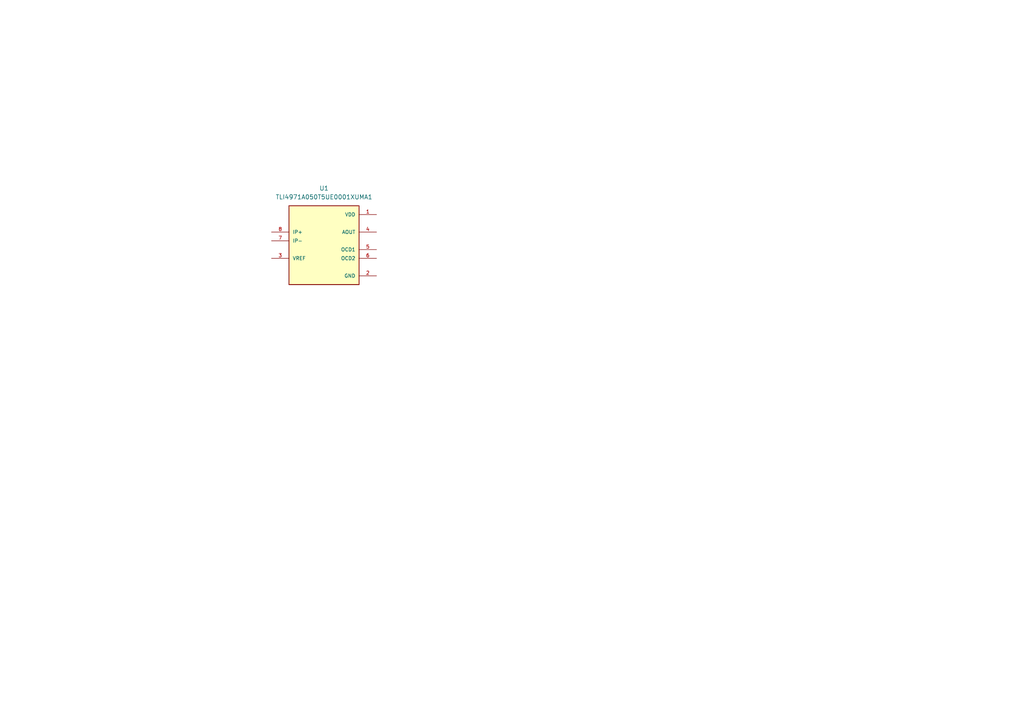
<source format=kicad_sch>
(kicad_sch (version 20231120) (generator "eeschema") (generator_version "8.0")
  (paper "A4")
  (lib_symbols
    (symbol "TLI4971A050T5UE0001XUMA1:TLI4971A050T5UE0001XUMA1" (pin_names (offset 1.016))
      (property "Reference" "U" (at -10.16 11.049 0))
      (property "Value" "TLI4971A050T5UE0001XUMA1" (at -10.16 -15.24 0))
      (symbol "TLI4971A050T5UE0001XUMA1_0_0"
        (rectangle (start -10.16 -12.7) (end 10.16 10.16) (stroke (width 0.254)) (fill (type background)))
        (pin power_in line (at 15.24 7.62 180) (length 5.08) (name "VDD") (number "1"))
        (pin power_in line (at 15.24 -10.16 180) (length 5.08) (name "GND") (number "2"))
        (pin bidirectional line (at -15.24 -5.08 0) (length 5.08) (name "VREF") (number "3"))
        (pin output line (at 15.24 2.54 180) (length 5.08) (name "AOUT") (number "4"))
        (pin output line (at 15.24 -2.54 180) (length 5.08) (name "OCD1") (number "5"))
        (pin output line (at 15.24 -5.08 180) (length 5.08) (name "OCD2") (number "6"))
        (pin input line (at -15.24 0 0) (length 5.08) (name "IP-") (number "7"))
        (pin input line (at -15.24 2.54 0) (length 5.08) (name "IP+") (number "8"))
      )
    )
  )
  (symbol (lib_id "TLI4971A050T5UE0001XUMA1:TLI4971A050T5UE0001XUMA1") (at 93.98 69.85 0) (unit 1)
    (property "Reference" "U1" (at 93.98 54.61 0))
    (property "Value" "TLI4971A050T5UE0001XUMA1" (at 93.98 57.15 0))
    (property "Footprint" "TLI4971A050T5UE0001XUMA1:IC_TLI4971A050T5UE0001XUMA1" (effects (hide yes)))
    (property "MF" "Infineon Technologies" (effects (hide yes)))
    (property "MAXIMUM_PACKAGE_HEIGHT" "1.1 mm" (effects (hide yes)))
    (property "Package" "PowerTDFN-8 Infineon Technologies" (effects (hide yes)))
    (property "Price" "None" (effects (hide yes)))
    (property "Check_prices" "https://www.snapeda.com/parts/TLI4971A050T5UE0001XUMA1/Infineon/view-part/?ref=eda" (effects (hide yes)))
    (property "STANDARD" "Manufacturer Recommendations" (effects (hide yes)))
    (property "PARTREV" "1.20" (effects (hide yes)))
    (property "SnapEDA_Link" "https://www.snapeda.com/parts/TLI4971A050T5UE0001XUMA1/Infineon/view-part/?ref=snap" (effects (hide yes)))
    (property "MP" "TLI4971A050T5UE0001XUMA1" (effects (hide yes)))
    (property "Description_1" "\n                        \n                            Current Sensor 50A 1 Channel Hall Effect, Open Loop Unidirectional 8-PowerTDFN\n                        \n" (effects (hide yes)))
    (property "Availability" "In Stock" (effects (hide yes)))
    (property "MANUFACTURER" "Infineon Technologies" (effects (hide yes)))
  )
)
</source>
